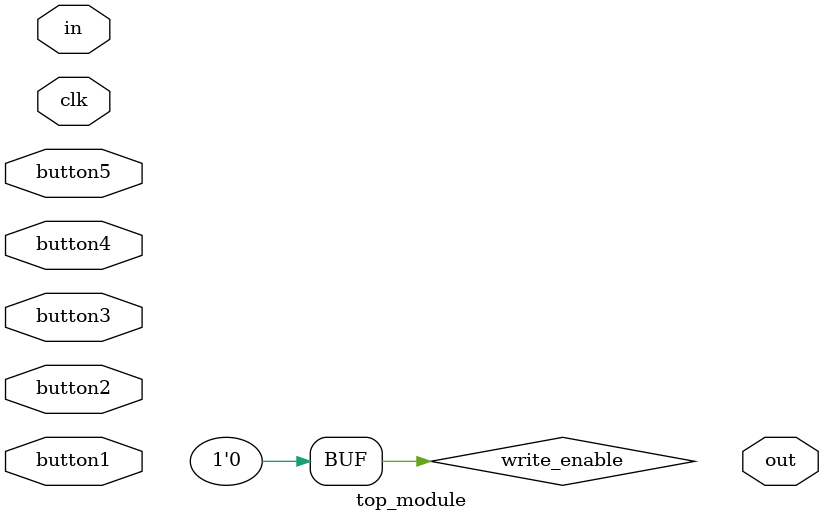
<source format=v>


module left_shift(in1,in2,enable,out);  //Left shift operator
    input [31:0]in1,in2;
    input enable;
    output [31:0] out;
    wire [31:0] out;
    assign out=enable?((in2[0]==1'b1)?{in1[30:0],1'b0}:in1):32'bz;//Left shift by 1
    /*always @(posedge clock)
        begin
            if(enable)
                out=temp;
            else
                out = 8'bz;
        end*/
endmodule 

module right_shift_logical(in1,in2,enable,out);//Right shift operator
    input [31:0]in1,in2;
    input enable;
    //input clock;
    output [31:0] out;
    wire [31:0] out;
    wire temp;
    assign temp=0;
    assign out=enable?((in2[0]==1)?{temp,in1[31:1]}:in1):32'bz;//Right shift by 1
endmodule

module right_shift_arithmetic(in1,in2,enable,out);//Right shift operator
    input [31:0]in1,in2;
    input enable;
    //input clock;
    output [31:0] out;
    wire [31:0] out;
    wire temp;
    assign temp=in1[31];
    assign out=enable?((in2[0]==1)?{in1[31],in1[31:1]}:in1):32'bz;//Right shift by 1
endmodule

module and_op(in1,in2,enable,out);  //And operator
    input [31:0]in1,in2;
    input enable;
    //input clock;
    output [31:0] out;
    wire [31:0] out;
    assign out=enable?in1&in2:32'bz;//Return and of in1 and in2 if enable is set
endmodule 

module or_op(in1,in2,enable,out);//Or operator
    input [31:0]in1,in2;
    input enable;
   // input clock;
    output [31:0] out;
    wire [31:0] out;
    assign out=enable?in1|in2:32'bz;//Return or of in1 and in2 if enable is set
endmodule 

module not_op(in1,in2,enable,out);  //Not operator
    input [31:0]in1,in2;
    input enable;
    //input clock;
    output [31:0] out;
    wire [31:0] out;
    assign out=enable?~in1:32'bz;//Return not of in1 if enable is set
endmodule

module cla(in1,in2,carry_in,carry_out,enable,sum_output);//Carry Look Adder
    input [7:0] in1;
    input [7:0] in2;
    output carry_out;
    input enable;
    //input clock;
    input carry_in;
    output [7:0] sum_output;
    wire [7:0] sum_output;
    wire carry_out;
    wire [7:0] p;//Carry propagate
    wire [7:0] g;//Carry Generate
    assign p=in1^in2;
    assign g=in1&in2;
    wire [8:0] c;//Carry
    assign c[0]=carry_in;//Setting the value of each carry bit
    assign c[1]=g[0]|p[0]&carry_in;
        assign c[2]=g[1]|p[1]&(g[0]|p[0]&carry_in);
        assign c[3]=g[2]|p[2]&(g[1]|p[1]&(g[0]|p[0]&carry_in));
        assign c[4]=g[3]|p[3]&(g[2]|p[2]&(g[1]|p[1]&(g[0]|p[0]&carry_in)));
        assign c[5]=g[4]|p[4]&(g[3]|p[3]&(g[2]|p[2]&(g[1]|p[1]&(g[0]|p[0]&carry_in))));
        assign c[6]=g[5]|p[5]&(g[4]|p[4]&(g[3]|p[3]&(g[2]|p[2]&(g[1]|p[1]&(g[0]|p[0]&carry_in)))));
        assign c[7]=g[6]|p[6]&(g[5]|p[5]&(g[4]|p[4]&(g[3]|p[3]&(g[2]|p[2]&(g[1]|p[1]&(g[0]|p[0]&carry_in))))));
        assign c[8]=g[7]|p[7]&(g[6]|p[6]&(g[5]|p[5]&(g[4]|p[4]&(g[3]|p[3]&(g[2]|p[2]&(g[1]|p[1]&(g[0]|p[0]&carry_in)))))));
    assign sum_output=enable?p^c[7:0]:8'bz;
    assign carry_out=enable?c[8]:1'bz;
endmodule 

module large_adder(input [31:0] in1,input [31:0] in2,output wire [31:0] out,input carry_in,input enable);
    //wire [31:0] out;
    wire [5:0]carry;
    assign carry[0]=0;
    cla C1(in1[7:0],in2[7:0],carry_in,carry[1],enable,out[7:0]);
    cla C2(in1[15:8],in2[15:8],carry[1],carry[2],enable,out[15:8]);
    cla C3(in1[23:16],in2[23:16],carry[2],carry[3],enable,out[23:16]);
    cla C4(in1[31:24],in2[31:24],carry[3],carry[4],enable,out[31:24]);
endmodule

module  complementor (out, X);//Complementor
    input [31:0] X;
    output [31:0] out;      
    wire [31:0] out;
    wire [31:0] complement;
    assign complement = ~X;
    //wire [31:0] temp;
    wire [31:0] zero;
    assign zero = 32'b0;
    wire carry_in;
    assign carry_in = 1'b1;
    wire enable;
    assign enable = 1'b1;
    large_adder A1 (complement,zero,out,carry_in,enable);      
endmodule

module subtractor(in1,in2,enable,diff_output);//Subtractor module
    input [31:0] in1;
    input [31:0] in2;
    input enable;
    //input clock;
    output [31:0] diff_output;
    wire [31:0] diff_output;
    wire [31:0] temp;
    wire carry_out;
    wire carry_in;
    assign carry_in=1'b1;
    assign temp=~in2;
    large_adder A1 (in1,temp,diff_output,carry_in,enable);//Adder to add in1 and 2's complement of in2
endmodule    

module xor_op(in1,in2,enable,out);//Xor operator
    input [31:0]in1,in2;
    input enable;
    output [31:0] out;
    wire [31:0] out;
    assign out=enable?in1^in2:32'bz;//Return xor of in1 and in2 if enable is set
endmodule

module my_decoder(inp,outp);//Decoder module
    input [3:0] inp;//Select line
    output [8:0] outp;//Enable line
    reg [8:0] outp;
    always @(inp)
    begin
        case (inp)//Switch case to select appropriate enable line
            4'b0000: outp=9'b000000001;
            4'b0001: outp=9'b000000010;
            4'b0010: outp=9'b000000100;
            4'b0011: outp=9'b000001000;
            4'b0100: outp=9'b000010000;
            4'b0101: outp=9'b000100000;
            4'b0110: outp=9'b001000000;
            4'b0111: outp=9'b010000000;
            4'b1000: outp=9'b100000000;
    endcase
    end
endmodule

module ALU(in1,in2,sel,out);//Top module
    input [31:0]in1,in2;
    output [31:0] out;
    input [3:0] sel;
    //input clock;
    wire [8:0] enable;
    wire carry_out;
    wire carry_in;
    assign carry_in=1'b0;
    my_decoder M(sel,enable);//Decoder to the select input
    large_adder M1(in1,in2,out,carry_in,enable[0]);//Component modules with appropriate select lines
    subtractor M2(in1,in2,enable[1],out);
    //select M3(in1,in2,enable[2],out);
    right_shift_arithmetic M3(in1,in2,enable[2],out);
    left_shift M4(in1,in2,enable[3],out);
    right_shift_logical M5(in1,in2,enable[4],out);
    and_op M6(in1,in2,enable[5],out);
    not_op M7(in1,in2,enable[6],out);
    or_op M8(in1,in2,enable[7],out);
    xor_op M9(in1,in2,enable[8],out);
endmodule

module reg_bank(read_addr1, read_addr2, write_addr, write_data, write_enable, read_data1, read_data2, clk);
    input [3:0] read_addr1, read_addr2, write_addr;
    input [31:0] write_data;
    input write_enable;
    output [31:0] read_data1, read_data2;
    wire [31:0] read_data1, read_data2;
    reg [31:0] reg_bank [0:15];
    reg [31:0] regA, regB;
    input clk;
    always @(posedge clk)
    begin
        if(write_enable)
            reg_bank[write_addr] <= write_data;
        regA <= reg_bank[read_addr1];
        regB <= reg_bank[read_addr2];
    end
    assign read_data1 = regA;
    assign read_data2 = regB;
endmodule

module top_module(input [15:0] in, input button1, input button2, input button3, input button4, input button5, output reg[15:0] out, input clk);
    wire [31:0] aluin1, aluin2, aluout;
    reg [3:0] read_addr1, read_addr2, write_addr;
    reg write_enable = 0;
    reg_bank R1(read_addr1,read_addr2,write_addr, aluout, write_enable, aluin1, aluin2, clk);
    reg [3:0] sel;
    ALU M1(aluin1, aluin2, sel, aluout);
    



endmodule

</source>
